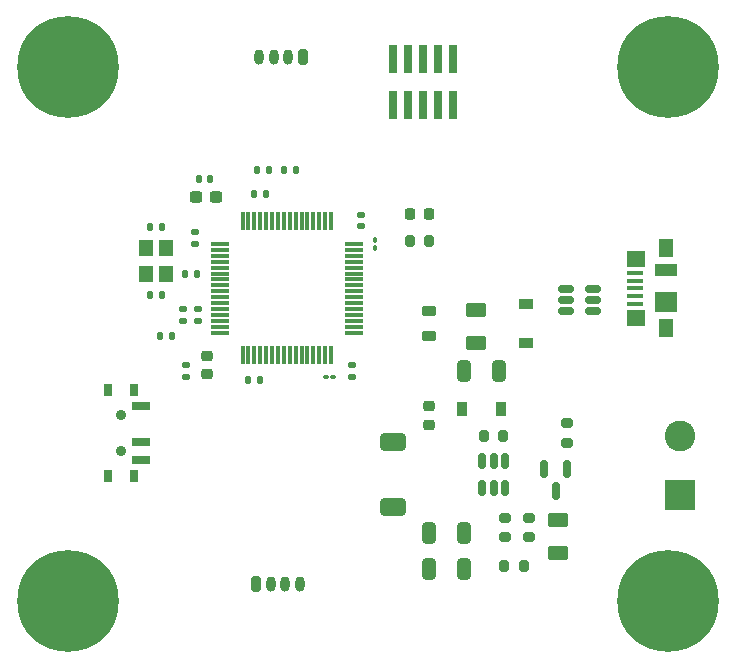
<source format=gbr>
%TF.GenerationSoftware,KiCad,Pcbnew,(6.0.4)*%
%TF.CreationDate,2022-04-20T17:17:18+03:00*%
%TF.ProjectId,STM32F4_Buck_Converter,53544d33-3246-4345-9f42-75636b5f436f,rev?*%
%TF.SameCoordinates,Original*%
%TF.FileFunction,Soldermask,Top*%
%TF.FilePolarity,Negative*%
%FSLAX46Y46*%
G04 Gerber Fmt 4.6, Leading zero omitted, Abs format (unit mm)*
G04 Created by KiCad (PCBNEW (6.0.4)) date 2022-04-20 17:17:18*
%MOMM*%
%LPD*%
G01*
G04 APERTURE LIST*
G04 Aperture macros list*
%AMRoundRect*
0 Rectangle with rounded corners*
0 $1 Rounding radius*
0 $2 $3 $4 $5 $6 $7 $8 $9 X,Y pos of 4 corners*
0 Add a 4 corners polygon primitive as box body*
4,1,4,$2,$3,$4,$5,$6,$7,$8,$9,$2,$3,0*
0 Add four circle primitives for the rounded corners*
1,1,$1+$1,$2,$3*
1,1,$1+$1,$4,$5*
1,1,$1+$1,$6,$7*
1,1,$1+$1,$8,$9*
0 Add four rect primitives between the rounded corners*
20,1,$1+$1,$2,$3,$4,$5,0*
20,1,$1+$1,$4,$5,$6,$7,0*
20,1,$1+$1,$6,$7,$8,$9,0*
20,1,$1+$1,$8,$9,$2,$3,0*%
G04 Aperture macros list end*
%ADD10RoundRect,0.200000X0.200000X0.275000X-0.200000X0.275000X-0.200000X-0.275000X0.200000X-0.275000X0*%
%ADD11RoundRect,0.250000X0.325000X0.650000X-0.325000X0.650000X-0.325000X-0.650000X0.325000X-0.650000X0*%
%ADD12RoundRect,0.200000X-0.275000X0.200000X-0.275000X-0.200000X0.275000X-0.200000X0.275000X0.200000X0*%
%ADD13C,0.900000*%
%ADD14C,8.600000*%
%ADD15RoundRect,0.075000X-0.700000X-0.075000X0.700000X-0.075000X0.700000X0.075000X-0.700000X0.075000X0*%
%ADD16RoundRect,0.075000X-0.075000X-0.700000X0.075000X-0.700000X0.075000X0.700000X-0.075000X0.700000X0*%
%ADD17RoundRect,0.140000X0.140000X0.170000X-0.140000X0.170000X-0.140000X-0.170000X0.140000X-0.170000X0*%
%ADD18RoundRect,0.237500X0.300000X0.237500X-0.300000X0.237500X-0.300000X-0.237500X0.300000X-0.237500X0*%
%ADD19RoundRect,0.218750X0.218750X0.256250X-0.218750X0.256250X-0.218750X-0.256250X0.218750X-0.256250X0*%
%ADD20RoundRect,0.150000X0.512500X0.150000X-0.512500X0.150000X-0.512500X-0.150000X0.512500X-0.150000X0*%
%ADD21RoundRect,0.225000X0.250000X-0.225000X0.250000X0.225000X-0.250000X0.225000X-0.250000X-0.225000X0*%
%ADD22RoundRect,0.150000X-0.150000X0.587500X-0.150000X-0.587500X0.150000X-0.587500X0.150000X0.587500X0*%
%ADD23R,1.200000X0.900000*%
%ADD24RoundRect,0.135000X-0.185000X0.135000X-0.185000X-0.135000X0.185000X-0.135000X0.185000X0.135000X0*%
%ADD25RoundRect,0.250000X-0.325000X-0.650000X0.325000X-0.650000X0.325000X0.650000X-0.325000X0.650000X0*%
%ADD26R,2.600000X2.600000*%
%ADD27C,2.600000*%
%ADD28RoundRect,0.200000X-0.200000X-0.275000X0.200000X-0.275000X0.200000X0.275000X-0.200000X0.275000X0*%
%ADD29RoundRect,0.135000X0.135000X0.185000X-0.135000X0.185000X-0.135000X-0.185000X0.135000X-0.185000X0*%
%ADD30RoundRect,0.200000X0.200000X0.450000X-0.200000X0.450000X-0.200000X-0.450000X0.200000X-0.450000X0*%
%ADD31O,0.800000X1.300000*%
%ADD32RoundRect,0.100000X0.100000X-0.130000X0.100000X0.130000X-0.100000X0.130000X-0.100000X-0.130000X0*%
%ADD33RoundRect,0.135000X-0.135000X-0.185000X0.135000X-0.185000X0.135000X0.185000X-0.135000X0.185000X0*%
%ADD34R,0.800000X1.000000*%
%ADD35R,1.500000X0.700000*%
%ADD36RoundRect,0.100000X-0.130000X-0.100000X0.130000X-0.100000X0.130000X0.100000X-0.130000X0.100000X0*%
%ADD37RoundRect,0.250000X0.625000X-0.375000X0.625000X0.375000X-0.625000X0.375000X-0.625000X-0.375000X0*%
%ADD38RoundRect,0.140000X0.170000X-0.140000X0.170000X0.140000X-0.170000X0.140000X-0.170000X-0.140000X0*%
%ADD39R,1.200000X1.400000*%
%ADD40RoundRect,0.140000X-0.140000X-0.170000X0.140000X-0.170000X0.140000X0.170000X-0.140000X0.170000X0*%
%ADD41RoundRect,0.218750X0.256250X-0.218750X0.256250X0.218750X-0.256250X0.218750X-0.256250X-0.218750X0*%
%ADD42RoundRect,0.218750X-0.381250X0.218750X-0.381250X-0.218750X0.381250X-0.218750X0.381250X0.218750X0*%
%ADD43RoundRect,0.200000X0.275000X-0.200000X0.275000X0.200000X-0.275000X0.200000X-0.275000X-0.200000X0*%
%ADD44R,0.900000X1.200000*%
%ADD45RoundRect,0.200000X-0.200000X-0.450000X0.200000X-0.450000X0.200000X0.450000X-0.200000X0.450000X0*%
%ADD46RoundRect,0.140000X-0.170000X0.140000X-0.170000X-0.140000X0.170000X-0.140000X0.170000X0.140000X0*%
%ADD47RoundRect,0.150000X0.150000X-0.512500X0.150000X0.512500X-0.150000X0.512500X-0.150000X-0.512500X0*%
%ADD48RoundRect,0.147500X-0.147500X-0.172500X0.147500X-0.172500X0.147500X0.172500X-0.147500X0.172500X0*%
%ADD49R,1.380000X0.450000*%
%ADD50R,1.550000X1.425000*%
%ADD51R,1.300000X1.650000*%
%ADD52R,1.900000X1.000000*%
%ADD53R,1.900000X1.800000*%
%ADD54RoundRect,0.375000X-0.725000X0.375000X-0.725000X-0.375000X0.725000X-0.375000X0.725000X0.375000X0*%
%ADD55R,0.740000X2.400000*%
%ADD56RoundRect,0.250000X-0.625000X0.375000X-0.625000X-0.375000X0.625000X-0.375000X0.625000X0.375000X0*%
G04 APERTURE END LIST*
D10*
%TO.C,R2*%
X134825000Y-107750000D03*
X133175000Y-107750000D03*
%TD*%
D11*
%TO.C,C2*%
X131475000Y-116000000D03*
X128525000Y-116000000D03*
%TD*%
D12*
%TO.C,R4*%
X140250000Y-106675000D03*
X140250000Y-108325000D03*
%TD*%
D13*
%TO.C,H4*%
X148750000Y-79725000D03*
X151030419Y-74219581D03*
D14*
X148750000Y-76500000D03*
D13*
X145525000Y-76500000D03*
X151030419Y-78780419D03*
X151975000Y-76500000D03*
X146469581Y-78780419D03*
X148750000Y-73275000D03*
X146469581Y-74219581D03*
%TD*%
D15*
%TO.C,U2*%
X110825000Y-91500000D03*
X110825000Y-92000000D03*
X110825000Y-92500000D03*
X110825000Y-93000000D03*
X110825000Y-93500000D03*
X110825000Y-94000000D03*
X110825000Y-94500000D03*
X110825000Y-95000000D03*
X110825000Y-95500000D03*
X110825000Y-96000000D03*
X110825000Y-96500000D03*
X110825000Y-97000000D03*
X110825000Y-97500000D03*
X110825000Y-98000000D03*
X110825000Y-98500000D03*
X110825000Y-99000000D03*
D16*
X112750000Y-100925000D03*
X113250000Y-100925000D03*
X113750000Y-100925000D03*
X114250000Y-100925000D03*
X114750000Y-100925000D03*
X115250000Y-100925000D03*
X115750000Y-100925000D03*
X116250000Y-100925000D03*
X116750000Y-100925000D03*
X117250000Y-100925000D03*
X117750000Y-100925000D03*
X118250000Y-100925000D03*
X118750000Y-100925000D03*
X119250000Y-100925000D03*
X119750000Y-100925000D03*
X120250000Y-100925000D03*
D15*
X122175000Y-99000000D03*
X122175000Y-98500000D03*
X122175000Y-98000000D03*
X122175000Y-97500000D03*
X122175000Y-97000000D03*
X122175000Y-96500000D03*
X122175000Y-96000000D03*
X122175000Y-95500000D03*
X122175000Y-95000000D03*
X122175000Y-94500000D03*
X122175000Y-94000000D03*
X122175000Y-93500000D03*
X122175000Y-93000000D03*
X122175000Y-92500000D03*
X122175000Y-92000000D03*
X122175000Y-91500000D03*
D16*
X120250000Y-89575000D03*
X119750000Y-89575000D03*
X119250000Y-89575000D03*
X118750000Y-89575000D03*
X118250000Y-89575000D03*
X117750000Y-89575000D03*
X117250000Y-89575000D03*
X116750000Y-89575000D03*
X116250000Y-89575000D03*
X115750000Y-89575000D03*
X115250000Y-89575000D03*
X114750000Y-89575000D03*
X114250000Y-89575000D03*
X113750000Y-89575000D03*
X113250000Y-89575000D03*
X112750000Y-89575000D03*
%TD*%
D17*
%TO.C,C10*%
X110000000Y-86000000D03*
X109040000Y-86000000D03*
%TD*%
D18*
%TO.C,C5*%
X110500000Y-87500000D03*
X108775000Y-87500000D03*
%TD*%
D19*
%TO.C,D3*%
X128537500Y-89000000D03*
X126962500Y-89000000D03*
%TD*%
D17*
%TO.C,C16*%
X105900000Y-95800000D03*
X104940000Y-95800000D03*
%TD*%
D20*
%TO.C,U3*%
X142387500Y-97200000D03*
X142387500Y-96250000D03*
X142387500Y-95300000D03*
X140112500Y-95300000D03*
X140112500Y-96250000D03*
X140112500Y-97200000D03*
%TD*%
D17*
%TO.C,C7*%
X114210000Y-103000000D03*
X113250000Y-103000000D03*
%TD*%
D21*
%TO.C,C4*%
X128500000Y-106800000D03*
X128500000Y-105250000D03*
%TD*%
D22*
%TO.C,Q1*%
X140200000Y-110562500D03*
X138300000Y-110562500D03*
X139250000Y-112437500D03*
%TD*%
D23*
%TO.C,D1*%
X136750000Y-99900000D03*
X136750000Y-96600000D03*
%TD*%
D24*
%TO.C,R11*%
X108000000Y-101740000D03*
X108000000Y-102760000D03*
%TD*%
D25*
%TO.C,C1*%
X131525000Y-102250000D03*
X134475000Y-102250000D03*
%TD*%
D26*
%TO.C,J1*%
X149805000Y-112750000D03*
D27*
X149805000Y-107750000D03*
%TD*%
D28*
%TO.C,R6*%
X126925000Y-91250000D03*
X128575000Y-91250000D03*
%TD*%
D29*
%TO.C,R7*%
X114760000Y-87250000D03*
X113740000Y-87250000D03*
%TD*%
D11*
%TO.C,C3*%
X131475000Y-119000000D03*
X128525000Y-119000000D03*
%TD*%
D30*
%TO.C,J3*%
X117875000Y-75700000D03*
D31*
X116625000Y-75700000D03*
X115375000Y-75700000D03*
X114125000Y-75700000D03*
%TD*%
D32*
%TO.C,C14*%
X124000000Y-91820000D03*
X124000000Y-91180000D03*
%TD*%
D33*
%TO.C,R8*%
X107880000Y-94050000D03*
X108900000Y-94050000D03*
%TD*%
D34*
%TO.C,SW1*%
X103530000Y-111150000D03*
X103530000Y-103850000D03*
D13*
X102420000Y-106000000D03*
X102420000Y-109000000D03*
D34*
X101320000Y-103850000D03*
X101320000Y-111150000D03*
D35*
X104180000Y-105250000D03*
X104180000Y-108250000D03*
X104180000Y-109750000D03*
%TD*%
D36*
%TO.C,C13*%
X119775000Y-102750000D03*
X120415000Y-102750000D03*
%TD*%
D33*
%TO.C,R9*%
X116230000Y-85250000D03*
X117250000Y-85250000D03*
%TD*%
D37*
%TO.C,F1*%
X132500000Y-99900000D03*
X132500000Y-97100000D03*
%TD*%
D38*
%TO.C,C9*%
X122750000Y-89980000D03*
X122750000Y-89020000D03*
%TD*%
D39*
%TO.C,Y1*%
X104550000Y-91800000D03*
X104550000Y-94000000D03*
X106250000Y-94000000D03*
X106250000Y-91800000D03*
%TD*%
D13*
%TO.C,H3*%
X146469581Y-119469581D03*
D14*
X148750000Y-121750000D03*
D13*
X145525000Y-121750000D03*
X146469581Y-124030419D03*
X151975000Y-121750000D03*
X148750000Y-124975000D03*
X148750000Y-118525000D03*
X151030419Y-119469581D03*
X151030419Y-124030419D03*
%TD*%
D40*
%TO.C,C15*%
X104940000Y-90050000D03*
X105900000Y-90050000D03*
%TD*%
D41*
%TO.C,D4*%
X109750000Y-102537500D03*
X109750000Y-100962500D03*
%TD*%
D42*
%TO.C,FB1*%
X128500000Y-97187500D03*
X128500000Y-99312500D03*
%TD*%
D43*
%TO.C,R3*%
X137000000Y-116325000D03*
X137000000Y-114675000D03*
%TD*%
D38*
%TO.C,C6*%
X108750000Y-91460000D03*
X108750000Y-90500000D03*
%TD*%
D44*
%TO.C,D2*%
X131350000Y-105500000D03*
X134650000Y-105500000D03*
%TD*%
D45*
%TO.C,J4*%
X113875000Y-120300000D03*
D31*
X115125000Y-120300000D03*
X116375000Y-120300000D03*
X117625000Y-120300000D03*
%TD*%
D13*
%TO.C,H2*%
X101225000Y-76500000D03*
X100280419Y-74219581D03*
X94775000Y-76500000D03*
X95719581Y-78780419D03*
X100280419Y-78780419D03*
X98000000Y-73275000D03*
D14*
X98000000Y-76500000D03*
D13*
X98000000Y-79725000D03*
X95719581Y-74219581D03*
%TD*%
D46*
%TO.C,C8*%
X122000000Y-101770000D03*
X122000000Y-102730000D03*
%TD*%
D13*
%TO.C,H1*%
X101225000Y-121750000D03*
X98000000Y-124975000D03*
X100280419Y-119469581D03*
X98000000Y-118525000D03*
X100280419Y-124030419D03*
D14*
X98000000Y-121750000D03*
D13*
X95719581Y-124030419D03*
X95719581Y-119469581D03*
X94775000Y-121750000D03*
%TD*%
D47*
%TO.C,U1*%
X133050000Y-112137500D03*
X134000000Y-112137500D03*
X134950000Y-112137500D03*
X134950000Y-109862500D03*
X134000000Y-109862500D03*
X133050000Y-109862500D03*
%TD*%
D48*
%TO.C,L2*%
X105780000Y-99250000D03*
X106750000Y-99250000D03*
%TD*%
D29*
%TO.C,R10*%
X114990000Y-85250000D03*
X113970000Y-85250000D03*
%TD*%
D12*
%TO.C,R1*%
X135000000Y-114675000D03*
X135000000Y-116325000D03*
%TD*%
D38*
%TO.C,C12*%
X109000000Y-97980000D03*
X109000000Y-97020000D03*
%TD*%
D49*
%TO.C,J5*%
X145940000Y-96550000D03*
X145940000Y-95900000D03*
X145940000Y-95250000D03*
X145940000Y-94600000D03*
X145940000Y-93950000D03*
D50*
X146025000Y-97737500D03*
X146025000Y-92762500D03*
D51*
X148600000Y-98625000D03*
X148600000Y-91875000D03*
D52*
X148600000Y-93700000D03*
D53*
X148600000Y-96400000D03*
%TD*%
D54*
%TO.C,L1*%
X125500000Y-108250000D03*
X125500000Y-113750000D03*
%TD*%
D28*
%TO.C,R5*%
X134925000Y-118750000D03*
X136575000Y-118750000D03*
%TD*%
D55*
%TO.C,J2*%
X130540000Y-75800000D03*
X130540000Y-79700000D03*
X129270000Y-75800000D03*
X129270000Y-79700000D03*
X128000000Y-75800000D03*
X128000000Y-79700000D03*
X126730000Y-75800000D03*
X126730000Y-79700000D03*
X125460000Y-75800000D03*
X125460000Y-79700000D03*
%TD*%
D56*
%TO.C,F1*%
X139500000Y-114850000D03*
X139500000Y-117650000D03*
%TD*%
D38*
%TO.C,C11*%
X107750000Y-97980000D03*
X107750000Y-97020000D03*
%TD*%
M02*

</source>
